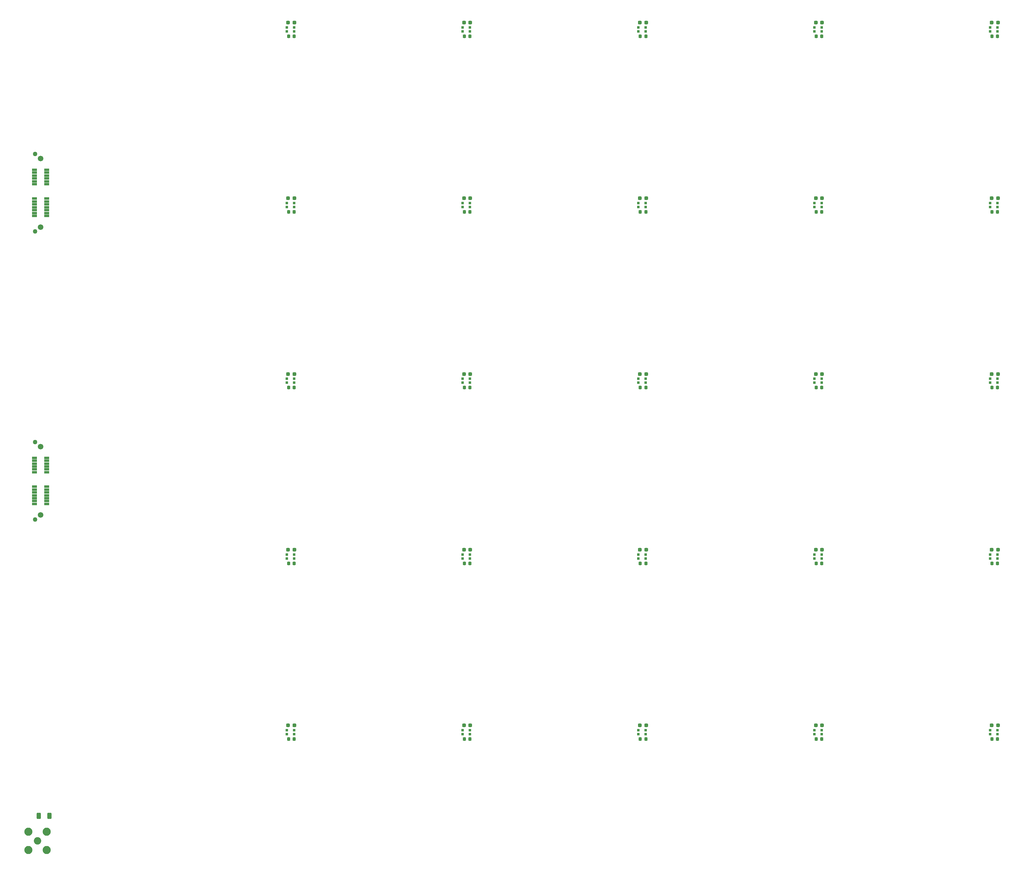
<source format=gbr>
%TF.GenerationSoftware,KiCad,Pcbnew,8.0.2-1*%
%TF.CreationDate,2025-03-11T17:15:25-04:00*%
%TF.ProjectId,EvenLayers_1.3mm_SiPM,4576656e-4c61-4796-9572-735f312e336d,rev?*%
%TF.SameCoordinates,Original*%
%TF.FileFunction,Soldermask,Top*%
%TF.FilePolarity,Negative*%
%FSLAX46Y46*%
G04 Gerber Fmt 4.6, Leading zero omitted, Abs format (unit mm)*
G04 Created by KiCad (PCBNEW 8.0.2-1) date 2025-03-11 17:15:25*
%MOMM*%
%LPD*%
G01*
G04 APERTURE LIST*
G04 Aperture macros list*
%AMRoundRect*
0 Rectangle with rounded corners*
0 $1 Rounding radius*
0 $2 $3 $4 $5 $6 $7 $8 $9 X,Y pos of 4 corners*
0 Add a 4 corners polygon primitive as box body*
4,1,4,$2,$3,$4,$5,$6,$7,$8,$9,$2,$3,0*
0 Add four circle primitives for the rounded corners*
1,1,$1+$1,$2,$3*
1,1,$1+$1,$4,$5*
1,1,$1+$1,$6,$7*
1,1,$1+$1,$8,$9*
0 Add four rect primitives between the rounded corners*
20,1,$1+$1,$2,$3,$4,$5,0*
20,1,$1+$1,$4,$5,$6,$7,0*
20,1,$1+$1,$6,$7,$8,$9,0*
20,1,$1+$1,$8,$9,$2,$3,0*%
G04 Aperture macros list end*
%ADD10R,0.700000X0.700000*%
%ADD11RoundRect,0.237500X-0.287500X-0.237500X0.287500X-0.237500X0.287500X0.237500X-0.287500X0.237500X0*%
%ADD12RoundRect,0.225000X-0.225000X-0.250000X0.225000X-0.250000X0.225000X0.250000X-0.225000X0.250000X0*%
%ADD13C,1.270000*%
%ADD14RoundRect,0.102000X-0.600000X0.250000X-0.600000X-0.250000X0.600000X-0.250000X0.600000X0.250000X0*%
%ADD15C,1.552000*%
%ADD16C,2.050000*%
%ADD17C,2.250000*%
%ADD18RoundRect,0.250000X-0.312500X-0.625000X0.312500X-0.625000X0.312500X0.625000X-0.312500X0.625000X0*%
G04 APERTURE END LIST*
D10*
%TO.C,REF\u002A\u002A34*%
X325552500Y-191650000D03*
X325552500Y-192750000D03*
D11*
X323925000Y-190315000D03*
X325675000Y-190315000D03*
D10*
X323527500Y-191650000D03*
D12*
X325575000Y-194100000D03*
D10*
X323527500Y-192750000D03*
D12*
X324025000Y-194100000D03*
%TD*%
D10*
%TO.C,REF\u002A\u002A40*%
X130352500Y-289250000D03*
X130352500Y-290350000D03*
D11*
X128725000Y-287915000D03*
X130475000Y-287915000D03*
D10*
X128327500Y-289250000D03*
D12*
X130375000Y-291700000D03*
D10*
X128327500Y-290350000D03*
D12*
X128825000Y-291700000D03*
%TD*%
D10*
%TO.C,REF\u002A\u002A30*%
X130352500Y-191650000D03*
X130352500Y-192750000D03*
D11*
X128725000Y-190315000D03*
X130475000Y-190315000D03*
D10*
X128327500Y-191650000D03*
D12*
X130375000Y-194100000D03*
D10*
X128327500Y-192750000D03*
D12*
X128825000Y-194100000D03*
%TD*%
D10*
%TO.C,REF\u002A\u002A24*%
X325552500Y-94050000D03*
X325552500Y-95150000D03*
D11*
X323925000Y-92715000D03*
X325675000Y-92715000D03*
D10*
X323527500Y-94050000D03*
D12*
X325575000Y-96500000D03*
D10*
X323527500Y-95150000D03*
D12*
X324025000Y-96500000D03*
%TD*%
D13*
%TO.C,REF\u002A\u002A*%
X58500000Y-129255000D03*
X58500000Y-150745000D03*
D14*
X58300000Y-133600000D03*
X61700000Y-133600000D03*
X58300000Y-134400000D03*
X61700000Y-134400000D03*
X58300000Y-135200000D03*
X61700000Y-135200000D03*
X58300000Y-136000000D03*
X61700000Y-136000000D03*
X58300000Y-136800000D03*
X61700000Y-136800000D03*
X58300000Y-137600000D03*
X61700000Y-137600000D03*
X58300000Y-141600000D03*
X61700000Y-141600000D03*
X58300000Y-142400000D03*
X61700000Y-142400000D03*
X58300000Y-143200000D03*
X61700000Y-143200000D03*
X58300000Y-144000000D03*
X61700000Y-144000000D03*
X58300000Y-144800000D03*
X61700000Y-144800000D03*
X58300000Y-145600000D03*
X61700000Y-145600000D03*
X58300000Y-146400000D03*
X61700000Y-146400000D03*
D15*
X60000000Y-130505000D03*
X60000000Y-149495000D03*
%TD*%
D10*
%TO.C,REF\u002A\u002A43*%
X276752500Y-289250000D03*
X276752500Y-290350000D03*
D11*
X275125000Y-287915000D03*
X276875000Y-287915000D03*
D10*
X274727500Y-289250000D03*
D12*
X276775000Y-291700000D03*
D10*
X274727500Y-290350000D03*
D12*
X275225000Y-291700000D03*
%TD*%
D16*
%TO.C,REF\u002A\u002A*%
X59200000Y-320000000D03*
D17*
X56660000Y-317460000D03*
X56660000Y-322540000D03*
X61740000Y-317460000D03*
X61740000Y-322540000D03*
%TD*%
D10*
%TO.C,REF\u002A\u002A38*%
X276752500Y-240450000D03*
X276752500Y-241550000D03*
D11*
X275125000Y-239115000D03*
X276875000Y-239115000D03*
D10*
X274727500Y-240450000D03*
D12*
X276775000Y-242900000D03*
D10*
X274727500Y-241550000D03*
D12*
X275225000Y-242900000D03*
%TD*%
D10*
%TO.C,REF\u002A\u002A22*%
X227952500Y-94050000D03*
X227952500Y-95150000D03*
D11*
X226325000Y-92715000D03*
X228075000Y-92715000D03*
D10*
X225927500Y-94050000D03*
D12*
X227975000Y-96500000D03*
D10*
X225927500Y-95150000D03*
D12*
X226425000Y-96500000D03*
%TD*%
D13*
%TO.C,REF\u002A\u002A*%
X58500000Y-209255000D03*
X58500000Y-230745000D03*
D14*
X58300000Y-213600000D03*
X61700000Y-213600000D03*
X58300000Y-214400000D03*
X61700000Y-214400000D03*
X58300000Y-215200000D03*
X61700000Y-215200000D03*
X58300000Y-216000000D03*
X61700000Y-216000000D03*
X58300000Y-216800000D03*
X61700000Y-216800000D03*
X58300000Y-217600000D03*
X61700000Y-217600000D03*
X58300000Y-221600000D03*
X61700000Y-221600000D03*
X58300000Y-222400000D03*
X61700000Y-222400000D03*
X58300000Y-223200000D03*
X61700000Y-223200000D03*
X58300000Y-224000000D03*
X61700000Y-224000000D03*
X58300000Y-224800000D03*
X61700000Y-224800000D03*
X58300000Y-225600000D03*
X61700000Y-225600000D03*
X58300000Y-226400000D03*
X61700000Y-226400000D03*
D15*
X60000000Y-210505000D03*
X60000000Y-229495000D03*
%TD*%
D10*
%TO.C,REF\u002A\u002A28*%
X276752500Y-142850000D03*
X276752500Y-143950000D03*
D11*
X275125000Y-141515000D03*
X276875000Y-141515000D03*
D10*
X274727500Y-142850000D03*
D12*
X276775000Y-145300000D03*
D10*
X274727500Y-143950000D03*
D12*
X275225000Y-145300000D03*
%TD*%
D10*
%TO.C,REF\u002A\u002A23*%
X276752500Y-94050000D03*
X276752500Y-95150000D03*
D11*
X275125000Y-92715000D03*
X276875000Y-92715000D03*
D10*
X274727500Y-94050000D03*
D12*
X276775000Y-96500000D03*
D10*
X274727500Y-95150000D03*
D12*
X275225000Y-96500000D03*
%TD*%
D10*
%TO.C,REF\u002A\u002A32*%
X227952500Y-191650000D03*
X227952500Y-192750000D03*
D11*
X226325000Y-190315000D03*
X228075000Y-190315000D03*
D10*
X225927500Y-191650000D03*
D12*
X227975000Y-194100000D03*
D10*
X225927500Y-192750000D03*
D12*
X226425000Y-194100000D03*
%TD*%
D10*
%TO.C,REF\u002A\u002A44*%
X325552500Y-289250000D03*
X325552500Y-290350000D03*
D11*
X323925000Y-287915000D03*
X325675000Y-287915000D03*
D10*
X323527500Y-289250000D03*
D12*
X325575000Y-291700000D03*
D10*
X323527500Y-290350000D03*
D12*
X324025000Y-291700000D03*
%TD*%
D10*
%TO.C,REF\u002A\u002A26*%
X179152500Y-142850000D03*
X179152500Y-143950000D03*
D11*
X177525000Y-141515000D03*
X179275000Y-141515000D03*
D10*
X177127500Y-142850000D03*
D12*
X179175000Y-145300000D03*
D10*
X177127500Y-143950000D03*
D12*
X177625000Y-145300000D03*
%TD*%
D10*
%TO.C,REF\u002A\u002A36*%
X179152500Y-240450000D03*
X179152500Y-241550000D03*
D11*
X177525000Y-239115000D03*
X179275000Y-239115000D03*
D10*
X177127500Y-240450000D03*
D12*
X179175000Y-242900000D03*
D10*
X177127500Y-241550000D03*
D12*
X177625000Y-242900000D03*
%TD*%
D10*
%TO.C,REF\u002A\u002A20*%
X130352500Y-94050000D03*
X130352500Y-95150000D03*
D11*
X128725000Y-92715000D03*
X130475000Y-92715000D03*
D10*
X128327500Y-94050000D03*
D12*
X130375000Y-96500000D03*
D10*
X128327500Y-95150000D03*
D12*
X128825000Y-96500000D03*
%TD*%
D10*
%TO.C,REF\u002A\u002A25*%
X130352500Y-142850000D03*
X130352500Y-143950000D03*
D11*
X128725000Y-141515000D03*
X130475000Y-141515000D03*
D10*
X128327500Y-142850000D03*
D12*
X130375000Y-145300000D03*
D10*
X128327500Y-143950000D03*
D12*
X128825000Y-145300000D03*
%TD*%
D10*
%TO.C,REF\u002A\u002A37*%
X227952500Y-240450000D03*
X227952500Y-241550000D03*
D11*
X226325000Y-239115000D03*
X228075000Y-239115000D03*
D10*
X225927500Y-240450000D03*
D12*
X227975000Y-242900000D03*
D10*
X225927500Y-241550000D03*
D12*
X226425000Y-242900000D03*
%TD*%
D10*
%TO.C,REF\u002A\u002A31*%
X179152500Y-191650000D03*
X179152500Y-192750000D03*
D11*
X177525000Y-190315000D03*
X179275000Y-190315000D03*
D10*
X177127500Y-191650000D03*
D12*
X179175000Y-194100000D03*
D10*
X177127500Y-192750000D03*
D12*
X177625000Y-194100000D03*
%TD*%
D10*
%TO.C,REF\u002A\u002A27*%
X227952500Y-142850000D03*
X227952500Y-143950000D03*
D11*
X226325000Y-141515000D03*
X228075000Y-141515000D03*
D10*
X225927500Y-142850000D03*
D12*
X227975000Y-145300000D03*
D10*
X225927500Y-143950000D03*
D12*
X226425000Y-145300000D03*
%TD*%
D10*
%TO.C,REF\u002A\u002A41*%
X179152500Y-289250000D03*
X179152500Y-290350000D03*
D11*
X177525000Y-287915000D03*
X179275000Y-287915000D03*
D10*
X177127500Y-289250000D03*
D12*
X179175000Y-291700000D03*
D10*
X177127500Y-290350000D03*
D12*
X177625000Y-291700000D03*
%TD*%
D10*
%TO.C,REF\u002A\u002A29*%
X325552500Y-142850000D03*
X325552500Y-143950000D03*
D11*
X323925000Y-141515000D03*
X325675000Y-141515000D03*
D10*
X323527500Y-142850000D03*
D12*
X325575000Y-145300000D03*
D10*
X323527500Y-143950000D03*
D12*
X324025000Y-145300000D03*
%TD*%
D18*
%TO.C,50 \u03A9*%
X59537500Y-313000000D03*
X62462500Y-313000000D03*
%TD*%
D10*
%TO.C,REF\u002A\u002A21*%
X179152500Y-94050000D03*
X179152500Y-95150000D03*
D11*
X177525000Y-92715000D03*
X179275000Y-92715000D03*
D10*
X177127500Y-94050000D03*
D12*
X179175000Y-96500000D03*
D10*
X177127500Y-95150000D03*
D12*
X177625000Y-96500000D03*
%TD*%
D10*
%TO.C,REF\u002A\u002A42*%
X227952500Y-289250000D03*
X227952500Y-290350000D03*
D11*
X226325000Y-287915000D03*
X228075000Y-287915000D03*
D10*
X225927500Y-289250000D03*
D12*
X227975000Y-291700000D03*
D10*
X225927500Y-290350000D03*
D12*
X226425000Y-291700000D03*
%TD*%
D10*
%TO.C,REF\u002A\u002A35*%
X130352500Y-240450000D03*
X130352500Y-241550000D03*
D11*
X128725000Y-239115000D03*
X130475000Y-239115000D03*
D10*
X128327500Y-240450000D03*
D12*
X130375000Y-242900000D03*
D10*
X128327500Y-241550000D03*
D12*
X128825000Y-242900000D03*
%TD*%
D10*
%TO.C,REF\u002A\u002A39*%
X325552500Y-240450000D03*
X325552500Y-241550000D03*
D11*
X323925000Y-239115000D03*
X325675000Y-239115000D03*
D10*
X323527500Y-240450000D03*
D12*
X325575000Y-242900000D03*
D10*
X323527500Y-241550000D03*
D12*
X324025000Y-242900000D03*
%TD*%
D10*
%TO.C,REF\u002A\u002A33*%
X276752500Y-191650000D03*
X276752500Y-192750000D03*
D11*
X275125000Y-190315000D03*
X276875000Y-190315000D03*
D10*
X274727500Y-191650000D03*
D12*
X276775000Y-194100000D03*
D10*
X274727500Y-192750000D03*
D12*
X275225000Y-194100000D03*
%TD*%
M02*

</source>
